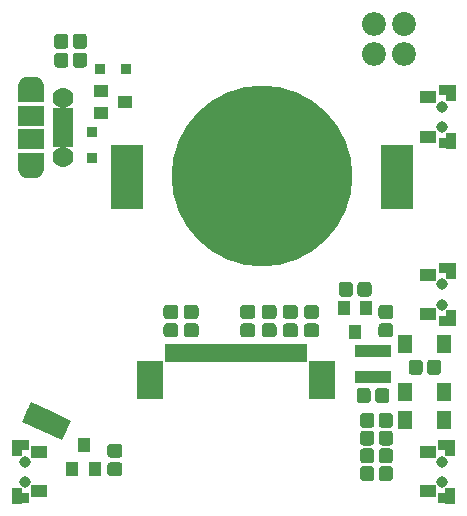
<source format=gbs>
G04 #@! TF.GenerationSoftware,KiCad,Pcbnew,(6.0.0-rc1-dev-332-g00d912f0b)*
G04 #@! TF.CreationDate,2018-09-23T23:35:21+02:00*
G04 #@! TF.ProjectId,xilwatch2,78696C7761746368322E6B696361645F,rev?*
G04 #@! TF.SameCoordinates,Original*
G04 #@! TF.FileFunction,Soldermask,Bot*
G04 #@! TF.FilePolarity,Negative*
%FSLAX46Y46*%
G04 Gerber Fmt 4.6, Leading zero omitted, Abs format (unit mm)*
G04 Created by KiCad (PCBNEW (6.0.0-rc1-dev-332-g00d912f0b)) date 09/23/18 23:35:21*
%MOMM*%
%LPD*%
G01*
G04 APERTURE LIST*
%ADD10C,2.020000*%
%ADD11O,2.020000X2.020000*%
%ADD12R,3.020000X1.120000*%
%ADD13C,1.844000*%
%ADD14C,0.100000*%
%ADD15C,1.195000*%
%ADD16R,1.220000X1.120000*%
%ADD17R,1.120000X1.220000*%
%ADD18R,0.820000X0.820000*%
%ADD19R,1.220000X1.520000*%
%ADD20R,2.220000X1.820000*%
%ADD21C,1.770000*%
%ADD22R,1.670000X0.720000*%
%ADD23O,2.220000X1.520000*%
%ADD24R,2.220000X1.520000*%
%ADD25R,1.420000X1.070000*%
%ADD26R,0.920000X0.920000*%
%ADD27R,0.920000X1.370000*%
%ADD28C,0.970000*%
%ADD29C,15.320000*%
%ADD30R,2.820000X5.420000*%
%ADD31R,2.320000X3.320000*%
%ADD32R,0.620000X1.570000*%
G04 APERTURE END LIST*
D10*
G04 #@! TO.C,X1*
X178470000Y-65880000D03*
D11*
X178470000Y-68420000D03*
X175930000Y-65880000D03*
X175930000Y-68420000D03*
G04 #@! TD*
D12*
G04 #@! TO.C,L1*
X175800000Y-93500000D03*
X175800000Y-95700000D03*
G04 #@! TD*
D13*
G04 #@! TO.C,M1*
X149026181Y-99863127D03*
D14*
G36*
X150251451Y-99417165D02*
X149472143Y-101088397D01*
X147800911Y-100309089D01*
X148580219Y-98637857D01*
X150251451Y-99417165D01*
X150251451Y-99417165D01*
G37*
D13*
X147304196Y-99060152D03*
D14*
G36*
X148529466Y-98614190D02*
X147750158Y-100285422D01*
X146078926Y-99506114D01*
X146858234Y-97834882D01*
X148529466Y-98614190D01*
X148529466Y-98614190D01*
G37*
G04 #@! TD*
G04 #@! TO.C,R4*
G36*
X177265533Y-89616439D02*
X177294533Y-89620740D01*
X177322973Y-89627864D01*
X177350577Y-89637741D01*
X177377080Y-89650276D01*
X177402227Y-89665348D01*
X177425775Y-89682813D01*
X177447498Y-89702502D01*
X177467187Y-89724225D01*
X177484652Y-89747773D01*
X177499724Y-89772920D01*
X177512259Y-89799423D01*
X177522136Y-89827027D01*
X177529260Y-89855467D01*
X177533561Y-89884467D01*
X177535000Y-89913750D01*
X177535000Y-90511250D01*
X177533561Y-90540533D01*
X177529260Y-90569533D01*
X177522136Y-90597973D01*
X177512259Y-90625577D01*
X177499724Y-90652080D01*
X177484652Y-90677227D01*
X177467187Y-90700775D01*
X177447498Y-90722498D01*
X177425775Y-90742187D01*
X177402227Y-90759652D01*
X177377080Y-90774724D01*
X177350577Y-90787259D01*
X177322973Y-90797136D01*
X177294533Y-90804260D01*
X177265533Y-90808561D01*
X177236250Y-90810000D01*
X176563750Y-90810000D01*
X176534467Y-90808561D01*
X176505467Y-90804260D01*
X176477027Y-90797136D01*
X176449423Y-90787259D01*
X176422920Y-90774724D01*
X176397773Y-90759652D01*
X176374225Y-90742187D01*
X176352502Y-90722498D01*
X176332813Y-90700775D01*
X176315348Y-90677227D01*
X176300276Y-90652080D01*
X176287741Y-90625577D01*
X176277864Y-90597973D01*
X176270740Y-90569533D01*
X176266439Y-90540533D01*
X176265000Y-90511250D01*
X176265000Y-89913750D01*
X176266439Y-89884467D01*
X176270740Y-89855467D01*
X176277864Y-89827027D01*
X176287741Y-89799423D01*
X176300276Y-89772920D01*
X176315348Y-89747773D01*
X176332813Y-89724225D01*
X176352502Y-89702502D01*
X176374225Y-89682813D01*
X176397773Y-89665348D01*
X176422920Y-89650276D01*
X176449423Y-89637741D01*
X176477027Y-89627864D01*
X176505467Y-89620740D01*
X176534467Y-89616439D01*
X176563750Y-89615000D01*
X177236250Y-89615000D01*
X177265533Y-89616439D01*
X177265533Y-89616439D01*
G37*
D15*
X176900000Y-90212500D03*
D14*
G36*
X177265533Y-91191439D02*
X177294533Y-91195740D01*
X177322973Y-91202864D01*
X177350577Y-91212741D01*
X177377080Y-91225276D01*
X177402227Y-91240348D01*
X177425775Y-91257813D01*
X177447498Y-91277502D01*
X177467187Y-91299225D01*
X177484652Y-91322773D01*
X177499724Y-91347920D01*
X177512259Y-91374423D01*
X177522136Y-91402027D01*
X177529260Y-91430467D01*
X177533561Y-91459467D01*
X177535000Y-91488750D01*
X177535000Y-92086250D01*
X177533561Y-92115533D01*
X177529260Y-92144533D01*
X177522136Y-92172973D01*
X177512259Y-92200577D01*
X177499724Y-92227080D01*
X177484652Y-92252227D01*
X177467187Y-92275775D01*
X177447498Y-92297498D01*
X177425775Y-92317187D01*
X177402227Y-92334652D01*
X177377080Y-92349724D01*
X177350577Y-92362259D01*
X177322973Y-92372136D01*
X177294533Y-92379260D01*
X177265533Y-92383561D01*
X177236250Y-92385000D01*
X176563750Y-92385000D01*
X176534467Y-92383561D01*
X176505467Y-92379260D01*
X176477027Y-92372136D01*
X176449423Y-92362259D01*
X176422920Y-92349724D01*
X176397773Y-92334652D01*
X176374225Y-92317187D01*
X176352502Y-92297498D01*
X176332813Y-92275775D01*
X176315348Y-92252227D01*
X176300276Y-92227080D01*
X176287741Y-92200577D01*
X176277864Y-92172973D01*
X176270740Y-92144533D01*
X176266439Y-92115533D01*
X176265000Y-92086250D01*
X176265000Y-91488750D01*
X176266439Y-91459467D01*
X176270740Y-91430467D01*
X176277864Y-91402027D01*
X176287741Y-91374423D01*
X176300276Y-91347920D01*
X176315348Y-91322773D01*
X176332813Y-91299225D01*
X176352502Y-91277502D01*
X176374225Y-91257813D01*
X176397773Y-91240348D01*
X176422920Y-91225276D01*
X176449423Y-91212741D01*
X176477027Y-91202864D01*
X176505467Y-91195740D01*
X176534467Y-91191439D01*
X176563750Y-91190000D01*
X177236250Y-91190000D01*
X177265533Y-91191439D01*
X177265533Y-91191439D01*
G37*
D15*
X176900000Y-91787500D03*
G04 #@! TD*
D14*
G04 #@! TO.C,R3*
G36*
X175415533Y-87666439D02*
X175444533Y-87670740D01*
X175472973Y-87677864D01*
X175500577Y-87687741D01*
X175527080Y-87700276D01*
X175552227Y-87715348D01*
X175575775Y-87732813D01*
X175597498Y-87752502D01*
X175617187Y-87774225D01*
X175634652Y-87797773D01*
X175649724Y-87822920D01*
X175662259Y-87849423D01*
X175672136Y-87877027D01*
X175679260Y-87905467D01*
X175683561Y-87934467D01*
X175685000Y-87963750D01*
X175685000Y-88636250D01*
X175683561Y-88665533D01*
X175679260Y-88694533D01*
X175672136Y-88722973D01*
X175662259Y-88750577D01*
X175649724Y-88777080D01*
X175634652Y-88802227D01*
X175617187Y-88825775D01*
X175597498Y-88847498D01*
X175575775Y-88867187D01*
X175552227Y-88884652D01*
X175527080Y-88899724D01*
X175500577Y-88912259D01*
X175472973Y-88922136D01*
X175444533Y-88929260D01*
X175415533Y-88933561D01*
X175386250Y-88935000D01*
X174788750Y-88935000D01*
X174759467Y-88933561D01*
X174730467Y-88929260D01*
X174702027Y-88922136D01*
X174674423Y-88912259D01*
X174647920Y-88899724D01*
X174622773Y-88884652D01*
X174599225Y-88867187D01*
X174577502Y-88847498D01*
X174557813Y-88825775D01*
X174540348Y-88802227D01*
X174525276Y-88777080D01*
X174512741Y-88750577D01*
X174502864Y-88722973D01*
X174495740Y-88694533D01*
X174491439Y-88665533D01*
X174490000Y-88636250D01*
X174490000Y-87963750D01*
X174491439Y-87934467D01*
X174495740Y-87905467D01*
X174502864Y-87877027D01*
X174512741Y-87849423D01*
X174525276Y-87822920D01*
X174540348Y-87797773D01*
X174557813Y-87774225D01*
X174577502Y-87752502D01*
X174599225Y-87732813D01*
X174622773Y-87715348D01*
X174647920Y-87700276D01*
X174674423Y-87687741D01*
X174702027Y-87677864D01*
X174730467Y-87670740D01*
X174759467Y-87666439D01*
X174788750Y-87665000D01*
X175386250Y-87665000D01*
X175415533Y-87666439D01*
X175415533Y-87666439D01*
G37*
D15*
X175087500Y-88300000D03*
D14*
G36*
X173840533Y-87666439D02*
X173869533Y-87670740D01*
X173897973Y-87677864D01*
X173925577Y-87687741D01*
X173952080Y-87700276D01*
X173977227Y-87715348D01*
X174000775Y-87732813D01*
X174022498Y-87752502D01*
X174042187Y-87774225D01*
X174059652Y-87797773D01*
X174074724Y-87822920D01*
X174087259Y-87849423D01*
X174097136Y-87877027D01*
X174104260Y-87905467D01*
X174108561Y-87934467D01*
X174110000Y-87963750D01*
X174110000Y-88636250D01*
X174108561Y-88665533D01*
X174104260Y-88694533D01*
X174097136Y-88722973D01*
X174087259Y-88750577D01*
X174074724Y-88777080D01*
X174059652Y-88802227D01*
X174042187Y-88825775D01*
X174022498Y-88847498D01*
X174000775Y-88867187D01*
X173977227Y-88884652D01*
X173952080Y-88899724D01*
X173925577Y-88912259D01*
X173897973Y-88922136D01*
X173869533Y-88929260D01*
X173840533Y-88933561D01*
X173811250Y-88935000D01*
X173213750Y-88935000D01*
X173184467Y-88933561D01*
X173155467Y-88929260D01*
X173127027Y-88922136D01*
X173099423Y-88912259D01*
X173072920Y-88899724D01*
X173047773Y-88884652D01*
X173024225Y-88867187D01*
X173002502Y-88847498D01*
X172982813Y-88825775D01*
X172965348Y-88802227D01*
X172950276Y-88777080D01*
X172937741Y-88750577D01*
X172927864Y-88722973D01*
X172920740Y-88694533D01*
X172916439Y-88665533D01*
X172915000Y-88636250D01*
X172915000Y-87963750D01*
X172916439Y-87934467D01*
X172920740Y-87905467D01*
X172927864Y-87877027D01*
X172937741Y-87849423D01*
X172950276Y-87822920D01*
X172965348Y-87797773D01*
X172982813Y-87774225D01*
X173002502Y-87752502D01*
X173024225Y-87732813D01*
X173047773Y-87715348D01*
X173072920Y-87700276D01*
X173099423Y-87687741D01*
X173127027Y-87677864D01*
X173155467Y-87670740D01*
X173184467Y-87666439D01*
X173213750Y-87665000D01*
X173811250Y-87665000D01*
X173840533Y-87666439D01*
X173840533Y-87666439D01*
G37*
D15*
X173512500Y-88300000D03*
G04 #@! TD*
D16*
G04 #@! TO.C,U1*
X152800000Y-73416046D03*
X152800000Y-71516046D03*
X154800000Y-72466046D03*
G04 #@! TD*
D17*
G04 #@! TO.C,Q2*
X151300000Y-101500000D03*
X150350000Y-103500000D03*
X152250000Y-103500000D03*
G04 #@! TD*
G04 #@! TO.C,Q1*
X173350000Y-89900000D03*
X175250000Y-89900000D03*
X174300000Y-91900000D03*
G04 #@! TD*
D18*
G04 #@! TO.C,D2*
X152000000Y-75000000D03*
X152000000Y-77200000D03*
G04 #@! TD*
G04 #@! TO.C,D1*
X154900000Y-69666046D03*
X152700000Y-69666046D03*
G04 #@! TD*
D19*
G04 #@! TO.C,D5*
X178550000Y-99400000D03*
X181850000Y-99400000D03*
G04 #@! TD*
G04 #@! TO.C,D4*
X178550000Y-97000000D03*
X181850000Y-97000000D03*
G04 #@! TD*
G04 #@! TO.C,D3*
X181850000Y-92900000D03*
X178550000Y-92900000D03*
G04 #@! TD*
D20*
G04 #@! TO.C,J1*
X146862500Y-73600000D03*
D21*
X149562500Y-77100000D03*
D22*
X149562500Y-75250000D03*
X149562500Y-75900000D03*
X149562500Y-73300000D03*
X149562500Y-73950000D03*
X149562500Y-74600000D03*
D21*
X149562500Y-72100000D03*
D20*
X146862500Y-75600000D03*
D23*
X146862500Y-78100000D03*
X146862500Y-71100000D03*
D24*
X146862500Y-71700000D03*
X146862500Y-77500000D03*
G04 #@! TD*
D14*
G04 #@! TO.C,C8*
G36*
X165565533Y-89616439D02*
X165594533Y-89620740D01*
X165622973Y-89627864D01*
X165650577Y-89637741D01*
X165677080Y-89650276D01*
X165702227Y-89665348D01*
X165725775Y-89682813D01*
X165747498Y-89702502D01*
X165767187Y-89724225D01*
X165784652Y-89747773D01*
X165799724Y-89772920D01*
X165812259Y-89799423D01*
X165822136Y-89827027D01*
X165829260Y-89855467D01*
X165833561Y-89884467D01*
X165835000Y-89913750D01*
X165835000Y-90511250D01*
X165833561Y-90540533D01*
X165829260Y-90569533D01*
X165822136Y-90597973D01*
X165812259Y-90625577D01*
X165799724Y-90652080D01*
X165784652Y-90677227D01*
X165767187Y-90700775D01*
X165747498Y-90722498D01*
X165725775Y-90742187D01*
X165702227Y-90759652D01*
X165677080Y-90774724D01*
X165650577Y-90787259D01*
X165622973Y-90797136D01*
X165594533Y-90804260D01*
X165565533Y-90808561D01*
X165536250Y-90810000D01*
X164863750Y-90810000D01*
X164834467Y-90808561D01*
X164805467Y-90804260D01*
X164777027Y-90797136D01*
X164749423Y-90787259D01*
X164722920Y-90774724D01*
X164697773Y-90759652D01*
X164674225Y-90742187D01*
X164652502Y-90722498D01*
X164632813Y-90700775D01*
X164615348Y-90677227D01*
X164600276Y-90652080D01*
X164587741Y-90625577D01*
X164577864Y-90597973D01*
X164570740Y-90569533D01*
X164566439Y-90540533D01*
X164565000Y-90511250D01*
X164565000Y-89913750D01*
X164566439Y-89884467D01*
X164570740Y-89855467D01*
X164577864Y-89827027D01*
X164587741Y-89799423D01*
X164600276Y-89772920D01*
X164615348Y-89747773D01*
X164632813Y-89724225D01*
X164652502Y-89702502D01*
X164674225Y-89682813D01*
X164697773Y-89665348D01*
X164722920Y-89650276D01*
X164749423Y-89637741D01*
X164777027Y-89627864D01*
X164805467Y-89620740D01*
X164834467Y-89616439D01*
X164863750Y-89615000D01*
X165536250Y-89615000D01*
X165565533Y-89616439D01*
X165565533Y-89616439D01*
G37*
D15*
X165200000Y-90212500D03*
D14*
G36*
X165565533Y-91191439D02*
X165594533Y-91195740D01*
X165622973Y-91202864D01*
X165650577Y-91212741D01*
X165677080Y-91225276D01*
X165702227Y-91240348D01*
X165725775Y-91257813D01*
X165747498Y-91277502D01*
X165767187Y-91299225D01*
X165784652Y-91322773D01*
X165799724Y-91347920D01*
X165812259Y-91374423D01*
X165822136Y-91402027D01*
X165829260Y-91430467D01*
X165833561Y-91459467D01*
X165835000Y-91488750D01*
X165835000Y-92086250D01*
X165833561Y-92115533D01*
X165829260Y-92144533D01*
X165822136Y-92172973D01*
X165812259Y-92200577D01*
X165799724Y-92227080D01*
X165784652Y-92252227D01*
X165767187Y-92275775D01*
X165747498Y-92297498D01*
X165725775Y-92317187D01*
X165702227Y-92334652D01*
X165677080Y-92349724D01*
X165650577Y-92362259D01*
X165622973Y-92372136D01*
X165594533Y-92379260D01*
X165565533Y-92383561D01*
X165536250Y-92385000D01*
X164863750Y-92385000D01*
X164834467Y-92383561D01*
X164805467Y-92379260D01*
X164777027Y-92372136D01*
X164749423Y-92362259D01*
X164722920Y-92349724D01*
X164697773Y-92334652D01*
X164674225Y-92317187D01*
X164652502Y-92297498D01*
X164632813Y-92275775D01*
X164615348Y-92252227D01*
X164600276Y-92227080D01*
X164587741Y-92200577D01*
X164577864Y-92172973D01*
X164570740Y-92144533D01*
X164566439Y-92115533D01*
X164565000Y-92086250D01*
X164565000Y-91488750D01*
X164566439Y-91459467D01*
X164570740Y-91430467D01*
X164577864Y-91402027D01*
X164587741Y-91374423D01*
X164600276Y-91347920D01*
X164615348Y-91322773D01*
X164632813Y-91299225D01*
X164652502Y-91277502D01*
X164674225Y-91257813D01*
X164697773Y-91240348D01*
X164722920Y-91225276D01*
X164749423Y-91212741D01*
X164777027Y-91202864D01*
X164805467Y-91195740D01*
X164834467Y-91191439D01*
X164863750Y-91190000D01*
X165536250Y-91190000D01*
X165565533Y-91191439D01*
X165565533Y-91191439D01*
G37*
D15*
X165200000Y-91787500D03*
G04 #@! TD*
D14*
G04 #@! TO.C,C10*
G36*
X160765533Y-91191439D02*
X160794533Y-91195740D01*
X160822973Y-91202864D01*
X160850577Y-91212741D01*
X160877080Y-91225276D01*
X160902227Y-91240348D01*
X160925775Y-91257813D01*
X160947498Y-91277502D01*
X160967187Y-91299225D01*
X160984652Y-91322773D01*
X160999724Y-91347920D01*
X161012259Y-91374423D01*
X161022136Y-91402027D01*
X161029260Y-91430467D01*
X161033561Y-91459467D01*
X161035000Y-91488750D01*
X161035000Y-92086250D01*
X161033561Y-92115533D01*
X161029260Y-92144533D01*
X161022136Y-92172973D01*
X161012259Y-92200577D01*
X160999724Y-92227080D01*
X160984652Y-92252227D01*
X160967187Y-92275775D01*
X160947498Y-92297498D01*
X160925775Y-92317187D01*
X160902227Y-92334652D01*
X160877080Y-92349724D01*
X160850577Y-92362259D01*
X160822973Y-92372136D01*
X160794533Y-92379260D01*
X160765533Y-92383561D01*
X160736250Y-92385000D01*
X160063750Y-92385000D01*
X160034467Y-92383561D01*
X160005467Y-92379260D01*
X159977027Y-92372136D01*
X159949423Y-92362259D01*
X159922920Y-92349724D01*
X159897773Y-92334652D01*
X159874225Y-92317187D01*
X159852502Y-92297498D01*
X159832813Y-92275775D01*
X159815348Y-92252227D01*
X159800276Y-92227080D01*
X159787741Y-92200577D01*
X159777864Y-92172973D01*
X159770740Y-92144533D01*
X159766439Y-92115533D01*
X159765000Y-92086250D01*
X159765000Y-91488750D01*
X159766439Y-91459467D01*
X159770740Y-91430467D01*
X159777864Y-91402027D01*
X159787741Y-91374423D01*
X159800276Y-91347920D01*
X159815348Y-91322773D01*
X159832813Y-91299225D01*
X159852502Y-91277502D01*
X159874225Y-91257813D01*
X159897773Y-91240348D01*
X159922920Y-91225276D01*
X159949423Y-91212741D01*
X159977027Y-91202864D01*
X160005467Y-91195740D01*
X160034467Y-91191439D01*
X160063750Y-91190000D01*
X160736250Y-91190000D01*
X160765533Y-91191439D01*
X160765533Y-91191439D01*
G37*
D15*
X160400000Y-91787500D03*
D14*
G36*
X160765533Y-89616439D02*
X160794533Y-89620740D01*
X160822973Y-89627864D01*
X160850577Y-89637741D01*
X160877080Y-89650276D01*
X160902227Y-89665348D01*
X160925775Y-89682813D01*
X160947498Y-89702502D01*
X160967187Y-89724225D01*
X160984652Y-89747773D01*
X160999724Y-89772920D01*
X161012259Y-89799423D01*
X161022136Y-89827027D01*
X161029260Y-89855467D01*
X161033561Y-89884467D01*
X161035000Y-89913750D01*
X161035000Y-90511250D01*
X161033561Y-90540533D01*
X161029260Y-90569533D01*
X161022136Y-90597973D01*
X161012259Y-90625577D01*
X160999724Y-90652080D01*
X160984652Y-90677227D01*
X160967187Y-90700775D01*
X160947498Y-90722498D01*
X160925775Y-90742187D01*
X160902227Y-90759652D01*
X160877080Y-90774724D01*
X160850577Y-90787259D01*
X160822973Y-90797136D01*
X160794533Y-90804260D01*
X160765533Y-90808561D01*
X160736250Y-90810000D01*
X160063750Y-90810000D01*
X160034467Y-90808561D01*
X160005467Y-90804260D01*
X159977027Y-90797136D01*
X159949423Y-90787259D01*
X159922920Y-90774724D01*
X159897773Y-90759652D01*
X159874225Y-90742187D01*
X159852502Y-90722498D01*
X159832813Y-90700775D01*
X159815348Y-90677227D01*
X159800276Y-90652080D01*
X159787741Y-90625577D01*
X159777864Y-90597973D01*
X159770740Y-90569533D01*
X159766439Y-90540533D01*
X159765000Y-90511250D01*
X159765000Y-89913750D01*
X159766439Y-89884467D01*
X159770740Y-89855467D01*
X159777864Y-89827027D01*
X159787741Y-89799423D01*
X159800276Y-89772920D01*
X159815348Y-89747773D01*
X159832813Y-89724225D01*
X159852502Y-89702502D01*
X159874225Y-89682813D01*
X159897773Y-89665348D01*
X159922920Y-89650276D01*
X159949423Y-89637741D01*
X159977027Y-89627864D01*
X160005467Y-89620740D01*
X160034467Y-89616439D01*
X160063750Y-89615000D01*
X160736250Y-89615000D01*
X160765533Y-89616439D01*
X160765533Y-89616439D01*
G37*
D15*
X160400000Y-90212500D03*
G04 #@! TD*
D14*
G04 #@! TO.C,C1*
G36*
X149740533Y-68266439D02*
X149769533Y-68270740D01*
X149797973Y-68277864D01*
X149825577Y-68287741D01*
X149852080Y-68300276D01*
X149877227Y-68315348D01*
X149900775Y-68332813D01*
X149922498Y-68352502D01*
X149942187Y-68374225D01*
X149959652Y-68397773D01*
X149974724Y-68422920D01*
X149987259Y-68449423D01*
X149997136Y-68477027D01*
X150004260Y-68505467D01*
X150008561Y-68534467D01*
X150010000Y-68563750D01*
X150010000Y-69236250D01*
X150008561Y-69265533D01*
X150004260Y-69294533D01*
X149997136Y-69322973D01*
X149987259Y-69350577D01*
X149974724Y-69377080D01*
X149959652Y-69402227D01*
X149942187Y-69425775D01*
X149922498Y-69447498D01*
X149900775Y-69467187D01*
X149877227Y-69484652D01*
X149852080Y-69499724D01*
X149825577Y-69512259D01*
X149797973Y-69522136D01*
X149769533Y-69529260D01*
X149740533Y-69533561D01*
X149711250Y-69535000D01*
X149113750Y-69535000D01*
X149084467Y-69533561D01*
X149055467Y-69529260D01*
X149027027Y-69522136D01*
X148999423Y-69512259D01*
X148972920Y-69499724D01*
X148947773Y-69484652D01*
X148924225Y-69467187D01*
X148902502Y-69447498D01*
X148882813Y-69425775D01*
X148865348Y-69402227D01*
X148850276Y-69377080D01*
X148837741Y-69350577D01*
X148827864Y-69322973D01*
X148820740Y-69294533D01*
X148816439Y-69265533D01*
X148815000Y-69236250D01*
X148815000Y-68563750D01*
X148816439Y-68534467D01*
X148820740Y-68505467D01*
X148827864Y-68477027D01*
X148837741Y-68449423D01*
X148850276Y-68422920D01*
X148865348Y-68397773D01*
X148882813Y-68374225D01*
X148902502Y-68352502D01*
X148924225Y-68332813D01*
X148947773Y-68315348D01*
X148972920Y-68300276D01*
X148999423Y-68287741D01*
X149027027Y-68277864D01*
X149055467Y-68270740D01*
X149084467Y-68266439D01*
X149113750Y-68265000D01*
X149711250Y-68265000D01*
X149740533Y-68266439D01*
X149740533Y-68266439D01*
G37*
D15*
X149412500Y-68900000D03*
D14*
G36*
X151315533Y-68266439D02*
X151344533Y-68270740D01*
X151372973Y-68277864D01*
X151400577Y-68287741D01*
X151427080Y-68300276D01*
X151452227Y-68315348D01*
X151475775Y-68332813D01*
X151497498Y-68352502D01*
X151517187Y-68374225D01*
X151534652Y-68397773D01*
X151549724Y-68422920D01*
X151562259Y-68449423D01*
X151572136Y-68477027D01*
X151579260Y-68505467D01*
X151583561Y-68534467D01*
X151585000Y-68563750D01*
X151585000Y-69236250D01*
X151583561Y-69265533D01*
X151579260Y-69294533D01*
X151572136Y-69322973D01*
X151562259Y-69350577D01*
X151549724Y-69377080D01*
X151534652Y-69402227D01*
X151517187Y-69425775D01*
X151497498Y-69447498D01*
X151475775Y-69467187D01*
X151452227Y-69484652D01*
X151427080Y-69499724D01*
X151400577Y-69512259D01*
X151372973Y-69522136D01*
X151344533Y-69529260D01*
X151315533Y-69533561D01*
X151286250Y-69535000D01*
X150688750Y-69535000D01*
X150659467Y-69533561D01*
X150630467Y-69529260D01*
X150602027Y-69522136D01*
X150574423Y-69512259D01*
X150547920Y-69499724D01*
X150522773Y-69484652D01*
X150499225Y-69467187D01*
X150477502Y-69447498D01*
X150457813Y-69425775D01*
X150440348Y-69402227D01*
X150425276Y-69377080D01*
X150412741Y-69350577D01*
X150402864Y-69322973D01*
X150395740Y-69294533D01*
X150391439Y-69265533D01*
X150390000Y-69236250D01*
X150390000Y-68563750D01*
X150391439Y-68534467D01*
X150395740Y-68505467D01*
X150402864Y-68477027D01*
X150412741Y-68449423D01*
X150425276Y-68422920D01*
X150440348Y-68397773D01*
X150457813Y-68374225D01*
X150477502Y-68352502D01*
X150499225Y-68332813D01*
X150522773Y-68315348D01*
X150547920Y-68300276D01*
X150574423Y-68287741D01*
X150602027Y-68277864D01*
X150630467Y-68270740D01*
X150659467Y-68266439D01*
X150688750Y-68265000D01*
X151286250Y-68265000D01*
X151315533Y-68266439D01*
X151315533Y-68266439D01*
G37*
D15*
X150987500Y-68900000D03*
G04 #@! TD*
D14*
G04 #@! TO.C,C2*
G36*
X149740533Y-66666439D02*
X149769533Y-66670740D01*
X149797973Y-66677864D01*
X149825577Y-66687741D01*
X149852080Y-66700276D01*
X149877227Y-66715348D01*
X149900775Y-66732813D01*
X149922498Y-66752502D01*
X149942187Y-66774225D01*
X149959652Y-66797773D01*
X149974724Y-66822920D01*
X149987259Y-66849423D01*
X149997136Y-66877027D01*
X150004260Y-66905467D01*
X150008561Y-66934467D01*
X150010000Y-66963750D01*
X150010000Y-67636250D01*
X150008561Y-67665533D01*
X150004260Y-67694533D01*
X149997136Y-67722973D01*
X149987259Y-67750577D01*
X149974724Y-67777080D01*
X149959652Y-67802227D01*
X149942187Y-67825775D01*
X149922498Y-67847498D01*
X149900775Y-67867187D01*
X149877227Y-67884652D01*
X149852080Y-67899724D01*
X149825577Y-67912259D01*
X149797973Y-67922136D01*
X149769533Y-67929260D01*
X149740533Y-67933561D01*
X149711250Y-67935000D01*
X149113750Y-67935000D01*
X149084467Y-67933561D01*
X149055467Y-67929260D01*
X149027027Y-67922136D01*
X148999423Y-67912259D01*
X148972920Y-67899724D01*
X148947773Y-67884652D01*
X148924225Y-67867187D01*
X148902502Y-67847498D01*
X148882813Y-67825775D01*
X148865348Y-67802227D01*
X148850276Y-67777080D01*
X148837741Y-67750577D01*
X148827864Y-67722973D01*
X148820740Y-67694533D01*
X148816439Y-67665533D01*
X148815000Y-67636250D01*
X148815000Y-66963750D01*
X148816439Y-66934467D01*
X148820740Y-66905467D01*
X148827864Y-66877027D01*
X148837741Y-66849423D01*
X148850276Y-66822920D01*
X148865348Y-66797773D01*
X148882813Y-66774225D01*
X148902502Y-66752502D01*
X148924225Y-66732813D01*
X148947773Y-66715348D01*
X148972920Y-66700276D01*
X148999423Y-66687741D01*
X149027027Y-66677864D01*
X149055467Y-66670740D01*
X149084467Y-66666439D01*
X149113750Y-66665000D01*
X149711250Y-66665000D01*
X149740533Y-66666439D01*
X149740533Y-66666439D01*
G37*
D15*
X149412500Y-67300000D03*
D14*
G36*
X151315533Y-66666439D02*
X151344533Y-66670740D01*
X151372973Y-66677864D01*
X151400577Y-66687741D01*
X151427080Y-66700276D01*
X151452227Y-66715348D01*
X151475775Y-66732813D01*
X151497498Y-66752502D01*
X151517187Y-66774225D01*
X151534652Y-66797773D01*
X151549724Y-66822920D01*
X151562259Y-66849423D01*
X151572136Y-66877027D01*
X151579260Y-66905467D01*
X151583561Y-66934467D01*
X151585000Y-66963750D01*
X151585000Y-67636250D01*
X151583561Y-67665533D01*
X151579260Y-67694533D01*
X151572136Y-67722973D01*
X151562259Y-67750577D01*
X151549724Y-67777080D01*
X151534652Y-67802227D01*
X151517187Y-67825775D01*
X151497498Y-67847498D01*
X151475775Y-67867187D01*
X151452227Y-67884652D01*
X151427080Y-67899724D01*
X151400577Y-67912259D01*
X151372973Y-67922136D01*
X151344533Y-67929260D01*
X151315533Y-67933561D01*
X151286250Y-67935000D01*
X150688750Y-67935000D01*
X150659467Y-67933561D01*
X150630467Y-67929260D01*
X150602027Y-67922136D01*
X150574423Y-67912259D01*
X150547920Y-67899724D01*
X150522773Y-67884652D01*
X150499225Y-67867187D01*
X150477502Y-67847498D01*
X150457813Y-67825775D01*
X150440348Y-67802227D01*
X150425276Y-67777080D01*
X150412741Y-67750577D01*
X150402864Y-67722973D01*
X150395740Y-67694533D01*
X150391439Y-67665533D01*
X150390000Y-67636250D01*
X150390000Y-66963750D01*
X150391439Y-66934467D01*
X150395740Y-66905467D01*
X150402864Y-66877027D01*
X150412741Y-66849423D01*
X150425276Y-66822920D01*
X150440348Y-66797773D01*
X150457813Y-66774225D01*
X150477502Y-66752502D01*
X150499225Y-66732813D01*
X150522773Y-66715348D01*
X150547920Y-66700276D01*
X150574423Y-66687741D01*
X150602027Y-66677864D01*
X150630467Y-66670740D01*
X150659467Y-66666439D01*
X150688750Y-66665000D01*
X151286250Y-66665000D01*
X151315533Y-66666439D01*
X151315533Y-66666439D01*
G37*
D15*
X150987500Y-67300000D03*
G04 #@! TD*
D14*
G04 #@! TO.C,C3*
G36*
X176915533Y-96666439D02*
X176944533Y-96670740D01*
X176972973Y-96677864D01*
X177000577Y-96687741D01*
X177027080Y-96700276D01*
X177052227Y-96715348D01*
X177075775Y-96732813D01*
X177097498Y-96752502D01*
X177117187Y-96774225D01*
X177134652Y-96797773D01*
X177149724Y-96822920D01*
X177162259Y-96849423D01*
X177172136Y-96877027D01*
X177179260Y-96905467D01*
X177183561Y-96934467D01*
X177185000Y-96963750D01*
X177185000Y-97636250D01*
X177183561Y-97665533D01*
X177179260Y-97694533D01*
X177172136Y-97722973D01*
X177162259Y-97750577D01*
X177149724Y-97777080D01*
X177134652Y-97802227D01*
X177117187Y-97825775D01*
X177097498Y-97847498D01*
X177075775Y-97867187D01*
X177052227Y-97884652D01*
X177027080Y-97899724D01*
X177000577Y-97912259D01*
X176972973Y-97922136D01*
X176944533Y-97929260D01*
X176915533Y-97933561D01*
X176886250Y-97935000D01*
X176288750Y-97935000D01*
X176259467Y-97933561D01*
X176230467Y-97929260D01*
X176202027Y-97922136D01*
X176174423Y-97912259D01*
X176147920Y-97899724D01*
X176122773Y-97884652D01*
X176099225Y-97867187D01*
X176077502Y-97847498D01*
X176057813Y-97825775D01*
X176040348Y-97802227D01*
X176025276Y-97777080D01*
X176012741Y-97750577D01*
X176002864Y-97722973D01*
X175995740Y-97694533D01*
X175991439Y-97665533D01*
X175990000Y-97636250D01*
X175990000Y-96963750D01*
X175991439Y-96934467D01*
X175995740Y-96905467D01*
X176002864Y-96877027D01*
X176012741Y-96849423D01*
X176025276Y-96822920D01*
X176040348Y-96797773D01*
X176057813Y-96774225D01*
X176077502Y-96752502D01*
X176099225Y-96732813D01*
X176122773Y-96715348D01*
X176147920Y-96700276D01*
X176174423Y-96687741D01*
X176202027Y-96677864D01*
X176230467Y-96670740D01*
X176259467Y-96666439D01*
X176288750Y-96665000D01*
X176886250Y-96665000D01*
X176915533Y-96666439D01*
X176915533Y-96666439D01*
G37*
D15*
X176587500Y-97300000D03*
D14*
G36*
X175340533Y-96666439D02*
X175369533Y-96670740D01*
X175397973Y-96677864D01*
X175425577Y-96687741D01*
X175452080Y-96700276D01*
X175477227Y-96715348D01*
X175500775Y-96732813D01*
X175522498Y-96752502D01*
X175542187Y-96774225D01*
X175559652Y-96797773D01*
X175574724Y-96822920D01*
X175587259Y-96849423D01*
X175597136Y-96877027D01*
X175604260Y-96905467D01*
X175608561Y-96934467D01*
X175610000Y-96963750D01*
X175610000Y-97636250D01*
X175608561Y-97665533D01*
X175604260Y-97694533D01*
X175597136Y-97722973D01*
X175587259Y-97750577D01*
X175574724Y-97777080D01*
X175559652Y-97802227D01*
X175542187Y-97825775D01*
X175522498Y-97847498D01*
X175500775Y-97867187D01*
X175477227Y-97884652D01*
X175452080Y-97899724D01*
X175425577Y-97912259D01*
X175397973Y-97922136D01*
X175369533Y-97929260D01*
X175340533Y-97933561D01*
X175311250Y-97935000D01*
X174713750Y-97935000D01*
X174684467Y-97933561D01*
X174655467Y-97929260D01*
X174627027Y-97922136D01*
X174599423Y-97912259D01*
X174572920Y-97899724D01*
X174547773Y-97884652D01*
X174524225Y-97867187D01*
X174502502Y-97847498D01*
X174482813Y-97825775D01*
X174465348Y-97802227D01*
X174450276Y-97777080D01*
X174437741Y-97750577D01*
X174427864Y-97722973D01*
X174420740Y-97694533D01*
X174416439Y-97665533D01*
X174415000Y-97636250D01*
X174415000Y-96963750D01*
X174416439Y-96934467D01*
X174420740Y-96905467D01*
X174427864Y-96877027D01*
X174437741Y-96849423D01*
X174450276Y-96822920D01*
X174465348Y-96797773D01*
X174482813Y-96774225D01*
X174502502Y-96752502D01*
X174524225Y-96732813D01*
X174547773Y-96715348D01*
X174572920Y-96700276D01*
X174599423Y-96687741D01*
X174627027Y-96677864D01*
X174655467Y-96670740D01*
X174684467Y-96666439D01*
X174713750Y-96665000D01*
X175311250Y-96665000D01*
X175340533Y-96666439D01*
X175340533Y-96666439D01*
G37*
D15*
X175012500Y-97300000D03*
G04 #@! TD*
D14*
G04 #@! TO.C,C7*
G36*
X179740533Y-94266439D02*
X179769533Y-94270740D01*
X179797973Y-94277864D01*
X179825577Y-94287741D01*
X179852080Y-94300276D01*
X179877227Y-94315348D01*
X179900775Y-94332813D01*
X179922498Y-94352502D01*
X179942187Y-94374225D01*
X179959652Y-94397773D01*
X179974724Y-94422920D01*
X179987259Y-94449423D01*
X179997136Y-94477027D01*
X180004260Y-94505467D01*
X180008561Y-94534467D01*
X180010000Y-94563750D01*
X180010000Y-95236250D01*
X180008561Y-95265533D01*
X180004260Y-95294533D01*
X179997136Y-95322973D01*
X179987259Y-95350577D01*
X179974724Y-95377080D01*
X179959652Y-95402227D01*
X179942187Y-95425775D01*
X179922498Y-95447498D01*
X179900775Y-95467187D01*
X179877227Y-95484652D01*
X179852080Y-95499724D01*
X179825577Y-95512259D01*
X179797973Y-95522136D01*
X179769533Y-95529260D01*
X179740533Y-95533561D01*
X179711250Y-95535000D01*
X179113750Y-95535000D01*
X179084467Y-95533561D01*
X179055467Y-95529260D01*
X179027027Y-95522136D01*
X178999423Y-95512259D01*
X178972920Y-95499724D01*
X178947773Y-95484652D01*
X178924225Y-95467187D01*
X178902502Y-95447498D01*
X178882813Y-95425775D01*
X178865348Y-95402227D01*
X178850276Y-95377080D01*
X178837741Y-95350577D01*
X178827864Y-95322973D01*
X178820740Y-95294533D01*
X178816439Y-95265533D01*
X178815000Y-95236250D01*
X178815000Y-94563750D01*
X178816439Y-94534467D01*
X178820740Y-94505467D01*
X178827864Y-94477027D01*
X178837741Y-94449423D01*
X178850276Y-94422920D01*
X178865348Y-94397773D01*
X178882813Y-94374225D01*
X178902502Y-94352502D01*
X178924225Y-94332813D01*
X178947773Y-94315348D01*
X178972920Y-94300276D01*
X178999423Y-94287741D01*
X179027027Y-94277864D01*
X179055467Y-94270740D01*
X179084467Y-94266439D01*
X179113750Y-94265000D01*
X179711250Y-94265000D01*
X179740533Y-94266439D01*
X179740533Y-94266439D01*
G37*
D15*
X179412500Y-94900000D03*
D14*
G36*
X181315533Y-94266439D02*
X181344533Y-94270740D01*
X181372973Y-94277864D01*
X181400577Y-94287741D01*
X181427080Y-94300276D01*
X181452227Y-94315348D01*
X181475775Y-94332813D01*
X181497498Y-94352502D01*
X181517187Y-94374225D01*
X181534652Y-94397773D01*
X181549724Y-94422920D01*
X181562259Y-94449423D01*
X181572136Y-94477027D01*
X181579260Y-94505467D01*
X181583561Y-94534467D01*
X181585000Y-94563750D01*
X181585000Y-95236250D01*
X181583561Y-95265533D01*
X181579260Y-95294533D01*
X181572136Y-95322973D01*
X181562259Y-95350577D01*
X181549724Y-95377080D01*
X181534652Y-95402227D01*
X181517187Y-95425775D01*
X181497498Y-95447498D01*
X181475775Y-95467187D01*
X181452227Y-95484652D01*
X181427080Y-95499724D01*
X181400577Y-95512259D01*
X181372973Y-95522136D01*
X181344533Y-95529260D01*
X181315533Y-95533561D01*
X181286250Y-95535000D01*
X180688750Y-95535000D01*
X180659467Y-95533561D01*
X180630467Y-95529260D01*
X180602027Y-95522136D01*
X180574423Y-95512259D01*
X180547920Y-95499724D01*
X180522773Y-95484652D01*
X180499225Y-95467187D01*
X180477502Y-95447498D01*
X180457813Y-95425775D01*
X180440348Y-95402227D01*
X180425276Y-95377080D01*
X180412741Y-95350577D01*
X180402864Y-95322973D01*
X180395740Y-95294533D01*
X180391439Y-95265533D01*
X180390000Y-95236250D01*
X180390000Y-94563750D01*
X180391439Y-94534467D01*
X180395740Y-94505467D01*
X180402864Y-94477027D01*
X180412741Y-94449423D01*
X180425276Y-94422920D01*
X180440348Y-94397773D01*
X180457813Y-94374225D01*
X180477502Y-94352502D01*
X180499225Y-94332813D01*
X180522773Y-94315348D01*
X180547920Y-94300276D01*
X180574423Y-94287741D01*
X180602027Y-94277864D01*
X180630467Y-94270740D01*
X180659467Y-94266439D01*
X180688750Y-94265000D01*
X181286250Y-94265000D01*
X181315533Y-94266439D01*
X181315533Y-94266439D01*
G37*
D15*
X180987500Y-94900000D03*
G04 #@! TD*
D14*
G04 #@! TO.C,C11*
G36*
X175640533Y-103266439D02*
X175669533Y-103270740D01*
X175697973Y-103277864D01*
X175725577Y-103287741D01*
X175752080Y-103300276D01*
X175777227Y-103315348D01*
X175800775Y-103332813D01*
X175822498Y-103352502D01*
X175842187Y-103374225D01*
X175859652Y-103397773D01*
X175874724Y-103422920D01*
X175887259Y-103449423D01*
X175897136Y-103477027D01*
X175904260Y-103505467D01*
X175908561Y-103534467D01*
X175910000Y-103563750D01*
X175910000Y-104236250D01*
X175908561Y-104265533D01*
X175904260Y-104294533D01*
X175897136Y-104322973D01*
X175887259Y-104350577D01*
X175874724Y-104377080D01*
X175859652Y-104402227D01*
X175842187Y-104425775D01*
X175822498Y-104447498D01*
X175800775Y-104467187D01*
X175777227Y-104484652D01*
X175752080Y-104499724D01*
X175725577Y-104512259D01*
X175697973Y-104522136D01*
X175669533Y-104529260D01*
X175640533Y-104533561D01*
X175611250Y-104535000D01*
X175013750Y-104535000D01*
X174984467Y-104533561D01*
X174955467Y-104529260D01*
X174927027Y-104522136D01*
X174899423Y-104512259D01*
X174872920Y-104499724D01*
X174847773Y-104484652D01*
X174824225Y-104467187D01*
X174802502Y-104447498D01*
X174782813Y-104425775D01*
X174765348Y-104402227D01*
X174750276Y-104377080D01*
X174737741Y-104350577D01*
X174727864Y-104322973D01*
X174720740Y-104294533D01*
X174716439Y-104265533D01*
X174715000Y-104236250D01*
X174715000Y-103563750D01*
X174716439Y-103534467D01*
X174720740Y-103505467D01*
X174727864Y-103477027D01*
X174737741Y-103449423D01*
X174750276Y-103422920D01*
X174765348Y-103397773D01*
X174782813Y-103374225D01*
X174802502Y-103352502D01*
X174824225Y-103332813D01*
X174847773Y-103315348D01*
X174872920Y-103300276D01*
X174899423Y-103287741D01*
X174927027Y-103277864D01*
X174955467Y-103270740D01*
X174984467Y-103266439D01*
X175013750Y-103265000D01*
X175611250Y-103265000D01*
X175640533Y-103266439D01*
X175640533Y-103266439D01*
G37*
D15*
X175312500Y-103900000D03*
D14*
G36*
X177215533Y-103266439D02*
X177244533Y-103270740D01*
X177272973Y-103277864D01*
X177300577Y-103287741D01*
X177327080Y-103300276D01*
X177352227Y-103315348D01*
X177375775Y-103332813D01*
X177397498Y-103352502D01*
X177417187Y-103374225D01*
X177434652Y-103397773D01*
X177449724Y-103422920D01*
X177462259Y-103449423D01*
X177472136Y-103477027D01*
X177479260Y-103505467D01*
X177483561Y-103534467D01*
X177485000Y-103563750D01*
X177485000Y-104236250D01*
X177483561Y-104265533D01*
X177479260Y-104294533D01*
X177472136Y-104322973D01*
X177462259Y-104350577D01*
X177449724Y-104377080D01*
X177434652Y-104402227D01*
X177417187Y-104425775D01*
X177397498Y-104447498D01*
X177375775Y-104467187D01*
X177352227Y-104484652D01*
X177327080Y-104499724D01*
X177300577Y-104512259D01*
X177272973Y-104522136D01*
X177244533Y-104529260D01*
X177215533Y-104533561D01*
X177186250Y-104535000D01*
X176588750Y-104535000D01*
X176559467Y-104533561D01*
X176530467Y-104529260D01*
X176502027Y-104522136D01*
X176474423Y-104512259D01*
X176447920Y-104499724D01*
X176422773Y-104484652D01*
X176399225Y-104467187D01*
X176377502Y-104447498D01*
X176357813Y-104425775D01*
X176340348Y-104402227D01*
X176325276Y-104377080D01*
X176312741Y-104350577D01*
X176302864Y-104322973D01*
X176295740Y-104294533D01*
X176291439Y-104265533D01*
X176290000Y-104236250D01*
X176290000Y-103563750D01*
X176291439Y-103534467D01*
X176295740Y-103505467D01*
X176302864Y-103477027D01*
X176312741Y-103449423D01*
X176325276Y-103422920D01*
X176340348Y-103397773D01*
X176357813Y-103374225D01*
X176377502Y-103352502D01*
X176399225Y-103332813D01*
X176422773Y-103315348D01*
X176447920Y-103300276D01*
X176474423Y-103287741D01*
X176502027Y-103277864D01*
X176530467Y-103270740D01*
X176559467Y-103266439D01*
X176588750Y-103265000D01*
X177186250Y-103265000D01*
X177215533Y-103266439D01*
X177215533Y-103266439D01*
G37*
D15*
X176887500Y-103900000D03*
G04 #@! TD*
D14*
G04 #@! TO.C,C12*
G36*
X167365533Y-89616439D02*
X167394533Y-89620740D01*
X167422973Y-89627864D01*
X167450577Y-89637741D01*
X167477080Y-89650276D01*
X167502227Y-89665348D01*
X167525775Y-89682813D01*
X167547498Y-89702502D01*
X167567187Y-89724225D01*
X167584652Y-89747773D01*
X167599724Y-89772920D01*
X167612259Y-89799423D01*
X167622136Y-89827027D01*
X167629260Y-89855467D01*
X167633561Y-89884467D01*
X167635000Y-89913750D01*
X167635000Y-90511250D01*
X167633561Y-90540533D01*
X167629260Y-90569533D01*
X167622136Y-90597973D01*
X167612259Y-90625577D01*
X167599724Y-90652080D01*
X167584652Y-90677227D01*
X167567187Y-90700775D01*
X167547498Y-90722498D01*
X167525775Y-90742187D01*
X167502227Y-90759652D01*
X167477080Y-90774724D01*
X167450577Y-90787259D01*
X167422973Y-90797136D01*
X167394533Y-90804260D01*
X167365533Y-90808561D01*
X167336250Y-90810000D01*
X166663750Y-90810000D01*
X166634467Y-90808561D01*
X166605467Y-90804260D01*
X166577027Y-90797136D01*
X166549423Y-90787259D01*
X166522920Y-90774724D01*
X166497773Y-90759652D01*
X166474225Y-90742187D01*
X166452502Y-90722498D01*
X166432813Y-90700775D01*
X166415348Y-90677227D01*
X166400276Y-90652080D01*
X166387741Y-90625577D01*
X166377864Y-90597973D01*
X166370740Y-90569533D01*
X166366439Y-90540533D01*
X166365000Y-90511250D01*
X166365000Y-89913750D01*
X166366439Y-89884467D01*
X166370740Y-89855467D01*
X166377864Y-89827027D01*
X166387741Y-89799423D01*
X166400276Y-89772920D01*
X166415348Y-89747773D01*
X166432813Y-89724225D01*
X166452502Y-89702502D01*
X166474225Y-89682813D01*
X166497773Y-89665348D01*
X166522920Y-89650276D01*
X166549423Y-89637741D01*
X166577027Y-89627864D01*
X166605467Y-89620740D01*
X166634467Y-89616439D01*
X166663750Y-89615000D01*
X167336250Y-89615000D01*
X167365533Y-89616439D01*
X167365533Y-89616439D01*
G37*
D15*
X167000000Y-90212500D03*
D14*
G36*
X167365533Y-91191439D02*
X167394533Y-91195740D01*
X167422973Y-91202864D01*
X167450577Y-91212741D01*
X167477080Y-91225276D01*
X167502227Y-91240348D01*
X167525775Y-91257813D01*
X167547498Y-91277502D01*
X167567187Y-91299225D01*
X167584652Y-91322773D01*
X167599724Y-91347920D01*
X167612259Y-91374423D01*
X167622136Y-91402027D01*
X167629260Y-91430467D01*
X167633561Y-91459467D01*
X167635000Y-91488750D01*
X167635000Y-92086250D01*
X167633561Y-92115533D01*
X167629260Y-92144533D01*
X167622136Y-92172973D01*
X167612259Y-92200577D01*
X167599724Y-92227080D01*
X167584652Y-92252227D01*
X167567187Y-92275775D01*
X167547498Y-92297498D01*
X167525775Y-92317187D01*
X167502227Y-92334652D01*
X167477080Y-92349724D01*
X167450577Y-92362259D01*
X167422973Y-92372136D01*
X167394533Y-92379260D01*
X167365533Y-92383561D01*
X167336250Y-92385000D01*
X166663750Y-92385000D01*
X166634467Y-92383561D01*
X166605467Y-92379260D01*
X166577027Y-92372136D01*
X166549423Y-92362259D01*
X166522920Y-92349724D01*
X166497773Y-92334652D01*
X166474225Y-92317187D01*
X166452502Y-92297498D01*
X166432813Y-92275775D01*
X166415348Y-92252227D01*
X166400276Y-92227080D01*
X166387741Y-92200577D01*
X166377864Y-92172973D01*
X166370740Y-92144533D01*
X166366439Y-92115533D01*
X166365000Y-92086250D01*
X166365000Y-91488750D01*
X166366439Y-91459467D01*
X166370740Y-91430467D01*
X166377864Y-91402027D01*
X166387741Y-91374423D01*
X166400276Y-91347920D01*
X166415348Y-91322773D01*
X166432813Y-91299225D01*
X166452502Y-91277502D01*
X166474225Y-91257813D01*
X166497773Y-91240348D01*
X166522920Y-91225276D01*
X166549423Y-91212741D01*
X166577027Y-91202864D01*
X166605467Y-91195740D01*
X166634467Y-91191439D01*
X166663750Y-91190000D01*
X167336250Y-91190000D01*
X167365533Y-91191439D01*
X167365533Y-91191439D01*
G37*
D15*
X167000000Y-91787500D03*
G04 #@! TD*
D14*
G04 #@! TO.C,C13*
G36*
X175640533Y-101766439D02*
X175669533Y-101770740D01*
X175697973Y-101777864D01*
X175725577Y-101787741D01*
X175752080Y-101800276D01*
X175777227Y-101815348D01*
X175800775Y-101832813D01*
X175822498Y-101852502D01*
X175842187Y-101874225D01*
X175859652Y-101897773D01*
X175874724Y-101922920D01*
X175887259Y-101949423D01*
X175897136Y-101977027D01*
X175904260Y-102005467D01*
X175908561Y-102034467D01*
X175910000Y-102063750D01*
X175910000Y-102736250D01*
X175908561Y-102765533D01*
X175904260Y-102794533D01*
X175897136Y-102822973D01*
X175887259Y-102850577D01*
X175874724Y-102877080D01*
X175859652Y-102902227D01*
X175842187Y-102925775D01*
X175822498Y-102947498D01*
X175800775Y-102967187D01*
X175777227Y-102984652D01*
X175752080Y-102999724D01*
X175725577Y-103012259D01*
X175697973Y-103022136D01*
X175669533Y-103029260D01*
X175640533Y-103033561D01*
X175611250Y-103035000D01*
X175013750Y-103035000D01*
X174984467Y-103033561D01*
X174955467Y-103029260D01*
X174927027Y-103022136D01*
X174899423Y-103012259D01*
X174872920Y-102999724D01*
X174847773Y-102984652D01*
X174824225Y-102967187D01*
X174802502Y-102947498D01*
X174782813Y-102925775D01*
X174765348Y-102902227D01*
X174750276Y-102877080D01*
X174737741Y-102850577D01*
X174727864Y-102822973D01*
X174720740Y-102794533D01*
X174716439Y-102765533D01*
X174715000Y-102736250D01*
X174715000Y-102063750D01*
X174716439Y-102034467D01*
X174720740Y-102005467D01*
X174727864Y-101977027D01*
X174737741Y-101949423D01*
X174750276Y-101922920D01*
X174765348Y-101897773D01*
X174782813Y-101874225D01*
X174802502Y-101852502D01*
X174824225Y-101832813D01*
X174847773Y-101815348D01*
X174872920Y-101800276D01*
X174899423Y-101787741D01*
X174927027Y-101777864D01*
X174955467Y-101770740D01*
X174984467Y-101766439D01*
X175013750Y-101765000D01*
X175611250Y-101765000D01*
X175640533Y-101766439D01*
X175640533Y-101766439D01*
G37*
D15*
X175312500Y-102400000D03*
D14*
G36*
X177215533Y-101766439D02*
X177244533Y-101770740D01*
X177272973Y-101777864D01*
X177300577Y-101787741D01*
X177327080Y-101800276D01*
X177352227Y-101815348D01*
X177375775Y-101832813D01*
X177397498Y-101852502D01*
X177417187Y-101874225D01*
X177434652Y-101897773D01*
X177449724Y-101922920D01*
X177462259Y-101949423D01*
X177472136Y-101977027D01*
X177479260Y-102005467D01*
X177483561Y-102034467D01*
X177485000Y-102063750D01*
X177485000Y-102736250D01*
X177483561Y-102765533D01*
X177479260Y-102794533D01*
X177472136Y-102822973D01*
X177462259Y-102850577D01*
X177449724Y-102877080D01*
X177434652Y-102902227D01*
X177417187Y-102925775D01*
X177397498Y-102947498D01*
X177375775Y-102967187D01*
X177352227Y-102984652D01*
X177327080Y-102999724D01*
X177300577Y-103012259D01*
X177272973Y-103022136D01*
X177244533Y-103029260D01*
X177215533Y-103033561D01*
X177186250Y-103035000D01*
X176588750Y-103035000D01*
X176559467Y-103033561D01*
X176530467Y-103029260D01*
X176502027Y-103022136D01*
X176474423Y-103012259D01*
X176447920Y-102999724D01*
X176422773Y-102984652D01*
X176399225Y-102967187D01*
X176377502Y-102947498D01*
X176357813Y-102925775D01*
X176340348Y-102902227D01*
X176325276Y-102877080D01*
X176312741Y-102850577D01*
X176302864Y-102822973D01*
X176295740Y-102794533D01*
X176291439Y-102765533D01*
X176290000Y-102736250D01*
X176290000Y-102063750D01*
X176291439Y-102034467D01*
X176295740Y-102005467D01*
X176302864Y-101977027D01*
X176312741Y-101949423D01*
X176325276Y-101922920D01*
X176340348Y-101897773D01*
X176357813Y-101874225D01*
X176377502Y-101852502D01*
X176399225Y-101832813D01*
X176422773Y-101815348D01*
X176447920Y-101800276D01*
X176474423Y-101787741D01*
X176502027Y-101777864D01*
X176530467Y-101770740D01*
X176559467Y-101766439D01*
X176588750Y-101765000D01*
X177186250Y-101765000D01*
X177215533Y-101766439D01*
X177215533Y-101766439D01*
G37*
D15*
X176887500Y-102400000D03*
G04 #@! TD*
D14*
G04 #@! TO.C,C14*
G36*
X177215533Y-100266439D02*
X177244533Y-100270740D01*
X177272973Y-100277864D01*
X177300577Y-100287741D01*
X177327080Y-100300276D01*
X177352227Y-100315348D01*
X177375775Y-100332813D01*
X177397498Y-100352502D01*
X177417187Y-100374225D01*
X177434652Y-100397773D01*
X177449724Y-100422920D01*
X177462259Y-100449423D01*
X177472136Y-100477027D01*
X177479260Y-100505467D01*
X177483561Y-100534467D01*
X177485000Y-100563750D01*
X177485000Y-101236250D01*
X177483561Y-101265533D01*
X177479260Y-101294533D01*
X177472136Y-101322973D01*
X177462259Y-101350577D01*
X177449724Y-101377080D01*
X177434652Y-101402227D01*
X177417187Y-101425775D01*
X177397498Y-101447498D01*
X177375775Y-101467187D01*
X177352227Y-101484652D01*
X177327080Y-101499724D01*
X177300577Y-101512259D01*
X177272973Y-101522136D01*
X177244533Y-101529260D01*
X177215533Y-101533561D01*
X177186250Y-101535000D01*
X176588750Y-101535000D01*
X176559467Y-101533561D01*
X176530467Y-101529260D01*
X176502027Y-101522136D01*
X176474423Y-101512259D01*
X176447920Y-101499724D01*
X176422773Y-101484652D01*
X176399225Y-101467187D01*
X176377502Y-101447498D01*
X176357813Y-101425775D01*
X176340348Y-101402227D01*
X176325276Y-101377080D01*
X176312741Y-101350577D01*
X176302864Y-101322973D01*
X176295740Y-101294533D01*
X176291439Y-101265533D01*
X176290000Y-101236250D01*
X176290000Y-100563750D01*
X176291439Y-100534467D01*
X176295740Y-100505467D01*
X176302864Y-100477027D01*
X176312741Y-100449423D01*
X176325276Y-100422920D01*
X176340348Y-100397773D01*
X176357813Y-100374225D01*
X176377502Y-100352502D01*
X176399225Y-100332813D01*
X176422773Y-100315348D01*
X176447920Y-100300276D01*
X176474423Y-100287741D01*
X176502027Y-100277864D01*
X176530467Y-100270740D01*
X176559467Y-100266439D01*
X176588750Y-100265000D01*
X177186250Y-100265000D01*
X177215533Y-100266439D01*
X177215533Y-100266439D01*
G37*
D15*
X176887500Y-100900000D03*
D14*
G36*
X175640533Y-100266439D02*
X175669533Y-100270740D01*
X175697973Y-100277864D01*
X175725577Y-100287741D01*
X175752080Y-100300276D01*
X175777227Y-100315348D01*
X175800775Y-100332813D01*
X175822498Y-100352502D01*
X175842187Y-100374225D01*
X175859652Y-100397773D01*
X175874724Y-100422920D01*
X175887259Y-100449423D01*
X175897136Y-100477027D01*
X175904260Y-100505467D01*
X175908561Y-100534467D01*
X175910000Y-100563750D01*
X175910000Y-101236250D01*
X175908561Y-101265533D01*
X175904260Y-101294533D01*
X175897136Y-101322973D01*
X175887259Y-101350577D01*
X175874724Y-101377080D01*
X175859652Y-101402227D01*
X175842187Y-101425775D01*
X175822498Y-101447498D01*
X175800775Y-101467187D01*
X175777227Y-101484652D01*
X175752080Y-101499724D01*
X175725577Y-101512259D01*
X175697973Y-101522136D01*
X175669533Y-101529260D01*
X175640533Y-101533561D01*
X175611250Y-101535000D01*
X175013750Y-101535000D01*
X174984467Y-101533561D01*
X174955467Y-101529260D01*
X174927027Y-101522136D01*
X174899423Y-101512259D01*
X174872920Y-101499724D01*
X174847773Y-101484652D01*
X174824225Y-101467187D01*
X174802502Y-101447498D01*
X174782813Y-101425775D01*
X174765348Y-101402227D01*
X174750276Y-101377080D01*
X174737741Y-101350577D01*
X174727864Y-101322973D01*
X174720740Y-101294533D01*
X174716439Y-101265533D01*
X174715000Y-101236250D01*
X174715000Y-100563750D01*
X174716439Y-100534467D01*
X174720740Y-100505467D01*
X174727864Y-100477027D01*
X174737741Y-100449423D01*
X174750276Y-100422920D01*
X174765348Y-100397773D01*
X174782813Y-100374225D01*
X174802502Y-100352502D01*
X174824225Y-100332813D01*
X174847773Y-100315348D01*
X174872920Y-100300276D01*
X174899423Y-100287741D01*
X174927027Y-100277864D01*
X174955467Y-100270740D01*
X174984467Y-100266439D01*
X175013750Y-100265000D01*
X175611250Y-100265000D01*
X175640533Y-100266439D01*
X175640533Y-100266439D01*
G37*
D15*
X175312500Y-100900000D03*
G04 #@! TD*
D14*
G04 #@! TO.C,C15*
G36*
X175640533Y-98766439D02*
X175669533Y-98770740D01*
X175697973Y-98777864D01*
X175725577Y-98787741D01*
X175752080Y-98800276D01*
X175777227Y-98815348D01*
X175800775Y-98832813D01*
X175822498Y-98852502D01*
X175842187Y-98874225D01*
X175859652Y-98897773D01*
X175874724Y-98922920D01*
X175887259Y-98949423D01*
X175897136Y-98977027D01*
X175904260Y-99005467D01*
X175908561Y-99034467D01*
X175910000Y-99063750D01*
X175910000Y-99736250D01*
X175908561Y-99765533D01*
X175904260Y-99794533D01*
X175897136Y-99822973D01*
X175887259Y-99850577D01*
X175874724Y-99877080D01*
X175859652Y-99902227D01*
X175842187Y-99925775D01*
X175822498Y-99947498D01*
X175800775Y-99967187D01*
X175777227Y-99984652D01*
X175752080Y-99999724D01*
X175725577Y-100012259D01*
X175697973Y-100022136D01*
X175669533Y-100029260D01*
X175640533Y-100033561D01*
X175611250Y-100035000D01*
X175013750Y-100035000D01*
X174984467Y-100033561D01*
X174955467Y-100029260D01*
X174927027Y-100022136D01*
X174899423Y-100012259D01*
X174872920Y-99999724D01*
X174847773Y-99984652D01*
X174824225Y-99967187D01*
X174802502Y-99947498D01*
X174782813Y-99925775D01*
X174765348Y-99902227D01*
X174750276Y-99877080D01*
X174737741Y-99850577D01*
X174727864Y-99822973D01*
X174720740Y-99794533D01*
X174716439Y-99765533D01*
X174715000Y-99736250D01*
X174715000Y-99063750D01*
X174716439Y-99034467D01*
X174720740Y-99005467D01*
X174727864Y-98977027D01*
X174737741Y-98949423D01*
X174750276Y-98922920D01*
X174765348Y-98897773D01*
X174782813Y-98874225D01*
X174802502Y-98852502D01*
X174824225Y-98832813D01*
X174847773Y-98815348D01*
X174872920Y-98800276D01*
X174899423Y-98787741D01*
X174927027Y-98777864D01*
X174955467Y-98770740D01*
X174984467Y-98766439D01*
X175013750Y-98765000D01*
X175611250Y-98765000D01*
X175640533Y-98766439D01*
X175640533Y-98766439D01*
G37*
D15*
X175312500Y-99400000D03*
D14*
G36*
X177215533Y-98766439D02*
X177244533Y-98770740D01*
X177272973Y-98777864D01*
X177300577Y-98787741D01*
X177327080Y-98800276D01*
X177352227Y-98815348D01*
X177375775Y-98832813D01*
X177397498Y-98852502D01*
X177417187Y-98874225D01*
X177434652Y-98897773D01*
X177449724Y-98922920D01*
X177462259Y-98949423D01*
X177472136Y-98977027D01*
X177479260Y-99005467D01*
X177483561Y-99034467D01*
X177485000Y-99063750D01*
X177485000Y-99736250D01*
X177483561Y-99765533D01*
X177479260Y-99794533D01*
X177472136Y-99822973D01*
X177462259Y-99850577D01*
X177449724Y-99877080D01*
X177434652Y-99902227D01*
X177417187Y-99925775D01*
X177397498Y-99947498D01*
X177375775Y-99967187D01*
X177352227Y-99984652D01*
X177327080Y-99999724D01*
X177300577Y-100012259D01*
X177272973Y-100022136D01*
X177244533Y-100029260D01*
X177215533Y-100033561D01*
X177186250Y-100035000D01*
X176588750Y-100035000D01*
X176559467Y-100033561D01*
X176530467Y-100029260D01*
X176502027Y-100022136D01*
X176474423Y-100012259D01*
X176447920Y-99999724D01*
X176422773Y-99984652D01*
X176399225Y-99967187D01*
X176377502Y-99947498D01*
X176357813Y-99925775D01*
X176340348Y-99902227D01*
X176325276Y-99877080D01*
X176312741Y-99850577D01*
X176302864Y-99822973D01*
X176295740Y-99794533D01*
X176291439Y-99765533D01*
X176290000Y-99736250D01*
X176290000Y-99063750D01*
X176291439Y-99034467D01*
X176295740Y-99005467D01*
X176302864Y-98977027D01*
X176312741Y-98949423D01*
X176325276Y-98922920D01*
X176340348Y-98897773D01*
X176357813Y-98874225D01*
X176377502Y-98852502D01*
X176399225Y-98832813D01*
X176422773Y-98815348D01*
X176447920Y-98800276D01*
X176474423Y-98787741D01*
X176502027Y-98777864D01*
X176530467Y-98770740D01*
X176559467Y-98766439D01*
X176588750Y-98765000D01*
X177186250Y-98765000D01*
X177215533Y-98766439D01*
X177215533Y-98766439D01*
G37*
D15*
X176887500Y-99400000D03*
G04 #@! TD*
D14*
G04 #@! TO.C,C16*
G36*
X169165533Y-89616439D02*
X169194533Y-89620740D01*
X169222973Y-89627864D01*
X169250577Y-89637741D01*
X169277080Y-89650276D01*
X169302227Y-89665348D01*
X169325775Y-89682813D01*
X169347498Y-89702502D01*
X169367187Y-89724225D01*
X169384652Y-89747773D01*
X169399724Y-89772920D01*
X169412259Y-89799423D01*
X169422136Y-89827027D01*
X169429260Y-89855467D01*
X169433561Y-89884467D01*
X169435000Y-89913750D01*
X169435000Y-90511250D01*
X169433561Y-90540533D01*
X169429260Y-90569533D01*
X169422136Y-90597973D01*
X169412259Y-90625577D01*
X169399724Y-90652080D01*
X169384652Y-90677227D01*
X169367187Y-90700775D01*
X169347498Y-90722498D01*
X169325775Y-90742187D01*
X169302227Y-90759652D01*
X169277080Y-90774724D01*
X169250577Y-90787259D01*
X169222973Y-90797136D01*
X169194533Y-90804260D01*
X169165533Y-90808561D01*
X169136250Y-90810000D01*
X168463750Y-90810000D01*
X168434467Y-90808561D01*
X168405467Y-90804260D01*
X168377027Y-90797136D01*
X168349423Y-90787259D01*
X168322920Y-90774724D01*
X168297773Y-90759652D01*
X168274225Y-90742187D01*
X168252502Y-90722498D01*
X168232813Y-90700775D01*
X168215348Y-90677227D01*
X168200276Y-90652080D01*
X168187741Y-90625577D01*
X168177864Y-90597973D01*
X168170740Y-90569533D01*
X168166439Y-90540533D01*
X168165000Y-90511250D01*
X168165000Y-89913750D01*
X168166439Y-89884467D01*
X168170740Y-89855467D01*
X168177864Y-89827027D01*
X168187741Y-89799423D01*
X168200276Y-89772920D01*
X168215348Y-89747773D01*
X168232813Y-89724225D01*
X168252502Y-89702502D01*
X168274225Y-89682813D01*
X168297773Y-89665348D01*
X168322920Y-89650276D01*
X168349423Y-89637741D01*
X168377027Y-89627864D01*
X168405467Y-89620740D01*
X168434467Y-89616439D01*
X168463750Y-89615000D01*
X169136250Y-89615000D01*
X169165533Y-89616439D01*
X169165533Y-89616439D01*
G37*
D15*
X168800000Y-90212500D03*
D14*
G36*
X169165533Y-91191439D02*
X169194533Y-91195740D01*
X169222973Y-91202864D01*
X169250577Y-91212741D01*
X169277080Y-91225276D01*
X169302227Y-91240348D01*
X169325775Y-91257813D01*
X169347498Y-91277502D01*
X169367187Y-91299225D01*
X169384652Y-91322773D01*
X169399724Y-91347920D01*
X169412259Y-91374423D01*
X169422136Y-91402027D01*
X169429260Y-91430467D01*
X169433561Y-91459467D01*
X169435000Y-91488750D01*
X169435000Y-92086250D01*
X169433561Y-92115533D01*
X169429260Y-92144533D01*
X169422136Y-92172973D01*
X169412259Y-92200577D01*
X169399724Y-92227080D01*
X169384652Y-92252227D01*
X169367187Y-92275775D01*
X169347498Y-92297498D01*
X169325775Y-92317187D01*
X169302227Y-92334652D01*
X169277080Y-92349724D01*
X169250577Y-92362259D01*
X169222973Y-92372136D01*
X169194533Y-92379260D01*
X169165533Y-92383561D01*
X169136250Y-92385000D01*
X168463750Y-92385000D01*
X168434467Y-92383561D01*
X168405467Y-92379260D01*
X168377027Y-92372136D01*
X168349423Y-92362259D01*
X168322920Y-92349724D01*
X168297773Y-92334652D01*
X168274225Y-92317187D01*
X168252502Y-92297498D01*
X168232813Y-92275775D01*
X168215348Y-92252227D01*
X168200276Y-92227080D01*
X168187741Y-92200577D01*
X168177864Y-92172973D01*
X168170740Y-92144533D01*
X168166439Y-92115533D01*
X168165000Y-92086250D01*
X168165000Y-91488750D01*
X168166439Y-91459467D01*
X168170740Y-91430467D01*
X168177864Y-91402027D01*
X168187741Y-91374423D01*
X168200276Y-91347920D01*
X168215348Y-91322773D01*
X168232813Y-91299225D01*
X168252502Y-91277502D01*
X168274225Y-91257813D01*
X168297773Y-91240348D01*
X168322920Y-91225276D01*
X168349423Y-91212741D01*
X168377027Y-91202864D01*
X168405467Y-91195740D01*
X168434467Y-91191439D01*
X168463750Y-91190000D01*
X169136250Y-91190000D01*
X169165533Y-91191439D01*
X169165533Y-91191439D01*
G37*
D15*
X168800000Y-91787500D03*
G04 #@! TD*
D14*
G04 #@! TO.C,C17*
G36*
X170965533Y-91191439D02*
X170994533Y-91195740D01*
X171022973Y-91202864D01*
X171050577Y-91212741D01*
X171077080Y-91225276D01*
X171102227Y-91240348D01*
X171125775Y-91257813D01*
X171147498Y-91277502D01*
X171167187Y-91299225D01*
X171184652Y-91322773D01*
X171199724Y-91347920D01*
X171212259Y-91374423D01*
X171222136Y-91402027D01*
X171229260Y-91430467D01*
X171233561Y-91459467D01*
X171235000Y-91488750D01*
X171235000Y-92086250D01*
X171233561Y-92115533D01*
X171229260Y-92144533D01*
X171222136Y-92172973D01*
X171212259Y-92200577D01*
X171199724Y-92227080D01*
X171184652Y-92252227D01*
X171167187Y-92275775D01*
X171147498Y-92297498D01*
X171125775Y-92317187D01*
X171102227Y-92334652D01*
X171077080Y-92349724D01*
X171050577Y-92362259D01*
X171022973Y-92372136D01*
X170994533Y-92379260D01*
X170965533Y-92383561D01*
X170936250Y-92385000D01*
X170263750Y-92385000D01*
X170234467Y-92383561D01*
X170205467Y-92379260D01*
X170177027Y-92372136D01*
X170149423Y-92362259D01*
X170122920Y-92349724D01*
X170097773Y-92334652D01*
X170074225Y-92317187D01*
X170052502Y-92297498D01*
X170032813Y-92275775D01*
X170015348Y-92252227D01*
X170000276Y-92227080D01*
X169987741Y-92200577D01*
X169977864Y-92172973D01*
X169970740Y-92144533D01*
X169966439Y-92115533D01*
X169965000Y-92086250D01*
X169965000Y-91488750D01*
X169966439Y-91459467D01*
X169970740Y-91430467D01*
X169977864Y-91402027D01*
X169987741Y-91374423D01*
X170000276Y-91347920D01*
X170015348Y-91322773D01*
X170032813Y-91299225D01*
X170052502Y-91277502D01*
X170074225Y-91257813D01*
X170097773Y-91240348D01*
X170122920Y-91225276D01*
X170149423Y-91212741D01*
X170177027Y-91202864D01*
X170205467Y-91195740D01*
X170234467Y-91191439D01*
X170263750Y-91190000D01*
X170936250Y-91190000D01*
X170965533Y-91191439D01*
X170965533Y-91191439D01*
G37*
D15*
X170600000Y-91787500D03*
D14*
G36*
X170965533Y-89616439D02*
X170994533Y-89620740D01*
X171022973Y-89627864D01*
X171050577Y-89637741D01*
X171077080Y-89650276D01*
X171102227Y-89665348D01*
X171125775Y-89682813D01*
X171147498Y-89702502D01*
X171167187Y-89724225D01*
X171184652Y-89747773D01*
X171199724Y-89772920D01*
X171212259Y-89799423D01*
X171222136Y-89827027D01*
X171229260Y-89855467D01*
X171233561Y-89884467D01*
X171235000Y-89913750D01*
X171235000Y-90511250D01*
X171233561Y-90540533D01*
X171229260Y-90569533D01*
X171222136Y-90597973D01*
X171212259Y-90625577D01*
X171199724Y-90652080D01*
X171184652Y-90677227D01*
X171167187Y-90700775D01*
X171147498Y-90722498D01*
X171125775Y-90742187D01*
X171102227Y-90759652D01*
X171077080Y-90774724D01*
X171050577Y-90787259D01*
X171022973Y-90797136D01*
X170994533Y-90804260D01*
X170965533Y-90808561D01*
X170936250Y-90810000D01*
X170263750Y-90810000D01*
X170234467Y-90808561D01*
X170205467Y-90804260D01*
X170177027Y-90797136D01*
X170149423Y-90787259D01*
X170122920Y-90774724D01*
X170097773Y-90759652D01*
X170074225Y-90742187D01*
X170052502Y-90722498D01*
X170032813Y-90700775D01*
X170015348Y-90677227D01*
X170000276Y-90652080D01*
X169987741Y-90625577D01*
X169977864Y-90597973D01*
X169970740Y-90569533D01*
X169966439Y-90540533D01*
X169965000Y-90511250D01*
X169965000Y-89913750D01*
X169966439Y-89884467D01*
X169970740Y-89855467D01*
X169977864Y-89827027D01*
X169987741Y-89799423D01*
X170000276Y-89772920D01*
X170015348Y-89747773D01*
X170032813Y-89724225D01*
X170052502Y-89702502D01*
X170074225Y-89682813D01*
X170097773Y-89665348D01*
X170122920Y-89650276D01*
X170149423Y-89637741D01*
X170177027Y-89627864D01*
X170205467Y-89620740D01*
X170234467Y-89616439D01*
X170263750Y-89615000D01*
X170936250Y-89615000D01*
X170965533Y-89616439D01*
X170965533Y-89616439D01*
G37*
D15*
X170600000Y-90212500D03*
G04 #@! TD*
D14*
G04 #@! TO.C,C18*
G36*
X154315533Y-102941439D02*
X154344533Y-102945740D01*
X154372973Y-102952864D01*
X154400577Y-102962741D01*
X154427080Y-102975276D01*
X154452227Y-102990348D01*
X154475775Y-103007813D01*
X154497498Y-103027502D01*
X154517187Y-103049225D01*
X154534652Y-103072773D01*
X154549724Y-103097920D01*
X154562259Y-103124423D01*
X154572136Y-103152027D01*
X154579260Y-103180467D01*
X154583561Y-103209467D01*
X154585000Y-103238750D01*
X154585000Y-103836250D01*
X154583561Y-103865533D01*
X154579260Y-103894533D01*
X154572136Y-103922973D01*
X154562259Y-103950577D01*
X154549724Y-103977080D01*
X154534652Y-104002227D01*
X154517187Y-104025775D01*
X154497498Y-104047498D01*
X154475775Y-104067187D01*
X154452227Y-104084652D01*
X154427080Y-104099724D01*
X154400577Y-104112259D01*
X154372973Y-104122136D01*
X154344533Y-104129260D01*
X154315533Y-104133561D01*
X154286250Y-104135000D01*
X153613750Y-104135000D01*
X153584467Y-104133561D01*
X153555467Y-104129260D01*
X153527027Y-104122136D01*
X153499423Y-104112259D01*
X153472920Y-104099724D01*
X153447773Y-104084652D01*
X153424225Y-104067187D01*
X153402502Y-104047498D01*
X153382813Y-104025775D01*
X153365348Y-104002227D01*
X153350276Y-103977080D01*
X153337741Y-103950577D01*
X153327864Y-103922973D01*
X153320740Y-103894533D01*
X153316439Y-103865533D01*
X153315000Y-103836250D01*
X153315000Y-103238750D01*
X153316439Y-103209467D01*
X153320740Y-103180467D01*
X153327864Y-103152027D01*
X153337741Y-103124423D01*
X153350276Y-103097920D01*
X153365348Y-103072773D01*
X153382813Y-103049225D01*
X153402502Y-103027502D01*
X153424225Y-103007813D01*
X153447773Y-102990348D01*
X153472920Y-102975276D01*
X153499423Y-102962741D01*
X153527027Y-102952864D01*
X153555467Y-102945740D01*
X153584467Y-102941439D01*
X153613750Y-102940000D01*
X154286250Y-102940000D01*
X154315533Y-102941439D01*
X154315533Y-102941439D01*
G37*
D15*
X153950000Y-103537500D03*
D14*
G36*
X154315533Y-101366439D02*
X154344533Y-101370740D01*
X154372973Y-101377864D01*
X154400577Y-101387741D01*
X154427080Y-101400276D01*
X154452227Y-101415348D01*
X154475775Y-101432813D01*
X154497498Y-101452502D01*
X154517187Y-101474225D01*
X154534652Y-101497773D01*
X154549724Y-101522920D01*
X154562259Y-101549423D01*
X154572136Y-101577027D01*
X154579260Y-101605467D01*
X154583561Y-101634467D01*
X154585000Y-101663750D01*
X154585000Y-102261250D01*
X154583561Y-102290533D01*
X154579260Y-102319533D01*
X154572136Y-102347973D01*
X154562259Y-102375577D01*
X154549724Y-102402080D01*
X154534652Y-102427227D01*
X154517187Y-102450775D01*
X154497498Y-102472498D01*
X154475775Y-102492187D01*
X154452227Y-102509652D01*
X154427080Y-102524724D01*
X154400577Y-102537259D01*
X154372973Y-102547136D01*
X154344533Y-102554260D01*
X154315533Y-102558561D01*
X154286250Y-102560000D01*
X153613750Y-102560000D01*
X153584467Y-102558561D01*
X153555467Y-102554260D01*
X153527027Y-102547136D01*
X153499423Y-102537259D01*
X153472920Y-102524724D01*
X153447773Y-102509652D01*
X153424225Y-102492187D01*
X153402502Y-102472498D01*
X153382813Y-102450775D01*
X153365348Y-102427227D01*
X153350276Y-102402080D01*
X153337741Y-102375577D01*
X153327864Y-102347973D01*
X153320740Y-102319533D01*
X153316439Y-102290533D01*
X153315000Y-102261250D01*
X153315000Y-101663750D01*
X153316439Y-101634467D01*
X153320740Y-101605467D01*
X153327864Y-101577027D01*
X153337741Y-101549423D01*
X153350276Y-101522920D01*
X153365348Y-101497773D01*
X153382813Y-101474225D01*
X153402502Y-101452502D01*
X153424225Y-101432813D01*
X153447773Y-101415348D01*
X153472920Y-101400276D01*
X153499423Y-101387741D01*
X153527027Y-101377864D01*
X153555467Y-101370740D01*
X153584467Y-101366439D01*
X153613750Y-101365000D01*
X154286250Y-101365000D01*
X154315533Y-101366439D01*
X154315533Y-101366439D01*
G37*
D15*
X153950000Y-101962500D03*
G04 #@! TD*
D14*
G04 #@! TO.C,C9*
G36*
X159065533Y-91191439D02*
X159094533Y-91195740D01*
X159122973Y-91202864D01*
X159150577Y-91212741D01*
X159177080Y-91225276D01*
X159202227Y-91240348D01*
X159225775Y-91257813D01*
X159247498Y-91277502D01*
X159267187Y-91299225D01*
X159284652Y-91322773D01*
X159299724Y-91347920D01*
X159312259Y-91374423D01*
X159322136Y-91402027D01*
X159329260Y-91430467D01*
X159333561Y-91459467D01*
X159335000Y-91488750D01*
X159335000Y-92086250D01*
X159333561Y-92115533D01*
X159329260Y-92144533D01*
X159322136Y-92172973D01*
X159312259Y-92200577D01*
X159299724Y-92227080D01*
X159284652Y-92252227D01*
X159267187Y-92275775D01*
X159247498Y-92297498D01*
X159225775Y-92317187D01*
X159202227Y-92334652D01*
X159177080Y-92349724D01*
X159150577Y-92362259D01*
X159122973Y-92372136D01*
X159094533Y-92379260D01*
X159065533Y-92383561D01*
X159036250Y-92385000D01*
X158363750Y-92385000D01*
X158334467Y-92383561D01*
X158305467Y-92379260D01*
X158277027Y-92372136D01*
X158249423Y-92362259D01*
X158222920Y-92349724D01*
X158197773Y-92334652D01*
X158174225Y-92317187D01*
X158152502Y-92297498D01*
X158132813Y-92275775D01*
X158115348Y-92252227D01*
X158100276Y-92227080D01*
X158087741Y-92200577D01*
X158077864Y-92172973D01*
X158070740Y-92144533D01*
X158066439Y-92115533D01*
X158065000Y-92086250D01*
X158065000Y-91488750D01*
X158066439Y-91459467D01*
X158070740Y-91430467D01*
X158077864Y-91402027D01*
X158087741Y-91374423D01*
X158100276Y-91347920D01*
X158115348Y-91322773D01*
X158132813Y-91299225D01*
X158152502Y-91277502D01*
X158174225Y-91257813D01*
X158197773Y-91240348D01*
X158222920Y-91225276D01*
X158249423Y-91212741D01*
X158277027Y-91202864D01*
X158305467Y-91195740D01*
X158334467Y-91191439D01*
X158363750Y-91190000D01*
X159036250Y-91190000D01*
X159065533Y-91191439D01*
X159065533Y-91191439D01*
G37*
D15*
X158700000Y-91787500D03*
D14*
G36*
X159065533Y-89616439D02*
X159094533Y-89620740D01*
X159122973Y-89627864D01*
X159150577Y-89637741D01*
X159177080Y-89650276D01*
X159202227Y-89665348D01*
X159225775Y-89682813D01*
X159247498Y-89702502D01*
X159267187Y-89724225D01*
X159284652Y-89747773D01*
X159299724Y-89772920D01*
X159312259Y-89799423D01*
X159322136Y-89827027D01*
X159329260Y-89855467D01*
X159333561Y-89884467D01*
X159335000Y-89913750D01*
X159335000Y-90511250D01*
X159333561Y-90540533D01*
X159329260Y-90569533D01*
X159322136Y-90597973D01*
X159312259Y-90625577D01*
X159299724Y-90652080D01*
X159284652Y-90677227D01*
X159267187Y-90700775D01*
X159247498Y-90722498D01*
X159225775Y-90742187D01*
X159202227Y-90759652D01*
X159177080Y-90774724D01*
X159150577Y-90787259D01*
X159122973Y-90797136D01*
X159094533Y-90804260D01*
X159065533Y-90808561D01*
X159036250Y-90810000D01*
X158363750Y-90810000D01*
X158334467Y-90808561D01*
X158305467Y-90804260D01*
X158277027Y-90797136D01*
X158249423Y-90787259D01*
X158222920Y-90774724D01*
X158197773Y-90759652D01*
X158174225Y-90742187D01*
X158152502Y-90722498D01*
X158132813Y-90700775D01*
X158115348Y-90677227D01*
X158100276Y-90652080D01*
X158087741Y-90625577D01*
X158077864Y-90597973D01*
X158070740Y-90569533D01*
X158066439Y-90540533D01*
X158065000Y-90511250D01*
X158065000Y-89913750D01*
X158066439Y-89884467D01*
X158070740Y-89855467D01*
X158077864Y-89827027D01*
X158087741Y-89799423D01*
X158100276Y-89772920D01*
X158115348Y-89747773D01*
X158132813Y-89724225D01*
X158152502Y-89702502D01*
X158174225Y-89682813D01*
X158197773Y-89665348D01*
X158222920Y-89650276D01*
X158249423Y-89637741D01*
X158277027Y-89627864D01*
X158305467Y-89620740D01*
X158334467Y-89616439D01*
X158363750Y-89615000D01*
X159036250Y-89615000D01*
X159065533Y-89616439D01*
X159065533Y-89616439D01*
G37*
D15*
X158700000Y-90212500D03*
G04 #@! TD*
D25*
G04 #@! TO.C,SW4*
X147525000Y-102075000D03*
X147525000Y-105425000D03*
D26*
X146225000Y-101500000D03*
X146225000Y-106000000D03*
D27*
X145625000Y-105775000D03*
X145625000Y-101725000D03*
D28*
X146325000Y-104600000D03*
X146325000Y-102900000D03*
G04 #@! TD*
G04 #@! TO.C,SW3*
X181675000Y-89600000D03*
X181675000Y-87900000D03*
D27*
X182375000Y-90775000D03*
X182375000Y-86725000D03*
D26*
X181775000Y-86500000D03*
X181775000Y-91000000D03*
D25*
X180475000Y-87075000D03*
X180475000Y-90425000D03*
G04 #@! TD*
G04 #@! TO.C,SW2*
X180425000Y-105425000D03*
X180425000Y-102075000D03*
D26*
X181725000Y-106000000D03*
X181725000Y-101500000D03*
D27*
X182325000Y-101725000D03*
X182325000Y-105775000D03*
D28*
X181625000Y-102900000D03*
X181625000Y-104600000D03*
G04 #@! TD*
G04 #@! TO.C,SW1*
X181675000Y-74550000D03*
X181675000Y-72850000D03*
D27*
X182375000Y-75725000D03*
X182375000Y-71675000D03*
D26*
X181775000Y-71450000D03*
X181775000Y-75950000D03*
D25*
X180475000Y-72025000D03*
X180475000Y-75375000D03*
G04 #@! TD*
D29*
G04 #@! TO.C,BT1*
X166400000Y-78700000D03*
D30*
X177850000Y-78800000D03*
X154950000Y-78800000D03*
G04 #@! TD*
D31*
G04 #@! TO.C,U6*
X156910000Y-96025000D03*
X171490000Y-96025000D03*
D32*
X158450000Y-93700000D03*
X158950000Y-93700000D03*
X159450000Y-93700000D03*
X159950000Y-93700000D03*
X160450000Y-93700000D03*
X160950000Y-93700000D03*
X161450000Y-93700000D03*
X161950000Y-93700000D03*
X162450000Y-93700000D03*
X162950000Y-93700000D03*
X163450000Y-93700000D03*
X163950000Y-93700000D03*
X164450000Y-93700000D03*
X164950000Y-93700000D03*
X165450000Y-93700000D03*
X165950000Y-93700000D03*
X166450000Y-93700000D03*
X166950000Y-93700000D03*
X167450000Y-93700000D03*
X167950000Y-93700000D03*
X168450000Y-93700000D03*
X168950000Y-93700000D03*
X169450000Y-93700000D03*
X169950000Y-93700000D03*
G04 #@! TD*
M02*

</source>
